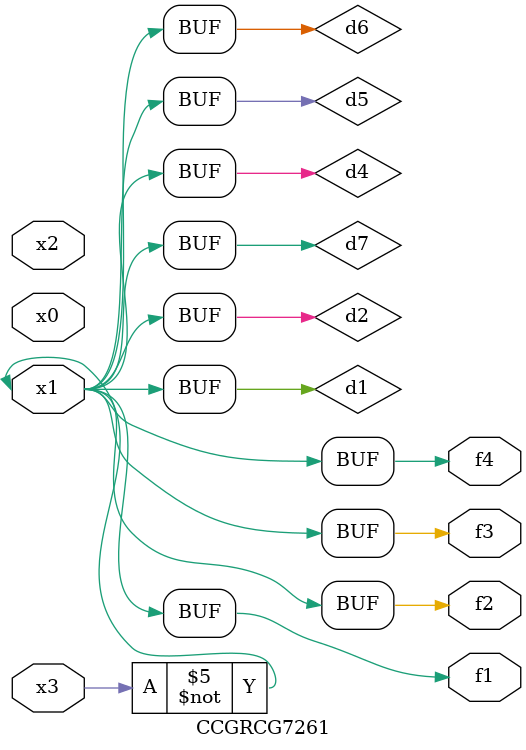
<source format=v>
module CCGRCG7261(
	input x0, x1, x2, x3,
	output f1, f2, f3, f4
);

	wire d1, d2, d3, d4, d5, d6, d7;

	not (d1, x3);
	buf (d2, x1);
	xnor (d3, d1, d2);
	nor (d4, d1);
	buf (d5, d1, d2);
	buf (d6, d4, d5);
	nand (d7, d4);
	assign f1 = d6;
	assign f2 = d7;
	assign f3 = d6;
	assign f4 = d6;
endmodule

</source>
